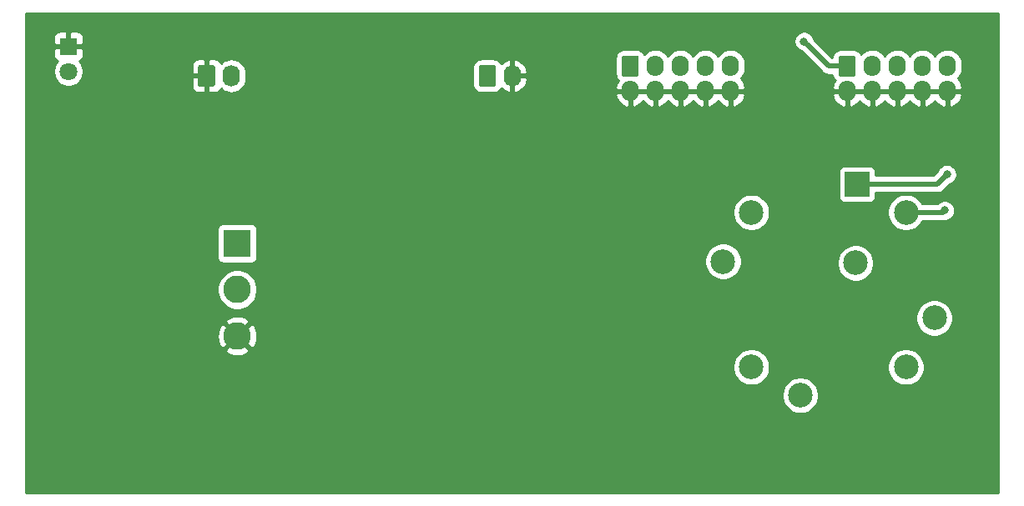
<source format=gbr>
G04 #@! TF.GenerationSoftware,KiCad,Pcbnew,5.1.5*
G04 #@! TF.CreationDate,2019-12-15T20:25:27-05:00*
G04 #@! TF.ProjectId,front_panel_board,66726f6e-745f-4706-916e-656c5f626f61,0*
G04 #@! TF.SameCoordinates,Original*
G04 #@! TF.FileFunction,Copper,L2,Bot*
G04 #@! TF.FilePolarity,Positive*
%FSLAX46Y46*%
G04 Gerber Fmt 4.6, Leading zero omitted, Abs format (unit mm)*
G04 Created by KiCad (PCBNEW 5.1.5) date 2019-12-15 20:25:27*
%MOMM*%
%LPD*%
G04 APERTURE LIST*
%ADD10C,2.500000*%
%ADD11R,2.500000X2.500000*%
%ADD12O,1.740000X2.140000*%
%ADD13C,0.100000*%
%ADD14O,1.740000X2.200000*%
%ADD15C,2.800000*%
%ADD16R,2.800000X2.800000*%
%ADD17C,1.800000*%
%ADD18R,1.800000X1.800000*%
%ADD19C,0.800000*%
%ADD20C,0.508000*%
%ADD21C,0.254000*%
G04 APERTURE END LIST*
D10*
X186449470Y-76799416D03*
X175878223Y-71672891D03*
X173005332Y-76648885D03*
X175878223Y-87370662D03*
X180854217Y-90243553D03*
X191575994Y-87370662D03*
X194448885Y-82394668D03*
X191575994Y-71672891D03*
D11*
X186600000Y-68800000D03*
D12*
X195760000Y-59340000D03*
X193220000Y-59340000D03*
X190680000Y-59340000D03*
X188140000Y-59340000D03*
X185600000Y-59340000D03*
X195760000Y-56800000D03*
X193220000Y-56800000D03*
X190680000Y-56800000D03*
X188140000Y-56800000D03*
G04 #@! TA.AperFunction,ComponentPad*
D13*
G36*
X186244505Y-55731204D02*
G01*
X186268773Y-55734804D01*
X186292572Y-55740765D01*
X186315671Y-55749030D01*
X186337850Y-55759520D01*
X186358893Y-55772132D01*
X186378599Y-55786747D01*
X186396777Y-55803223D01*
X186413253Y-55821401D01*
X186427868Y-55841107D01*
X186440480Y-55862150D01*
X186450970Y-55884329D01*
X186459235Y-55907428D01*
X186465196Y-55931227D01*
X186468796Y-55955495D01*
X186470000Y-55979999D01*
X186470000Y-57620001D01*
X186468796Y-57644505D01*
X186465196Y-57668773D01*
X186459235Y-57692572D01*
X186450970Y-57715671D01*
X186440480Y-57737850D01*
X186427868Y-57758893D01*
X186413253Y-57778599D01*
X186396777Y-57796777D01*
X186378599Y-57813253D01*
X186358893Y-57827868D01*
X186337850Y-57840480D01*
X186315671Y-57850970D01*
X186292572Y-57859235D01*
X186268773Y-57865196D01*
X186244505Y-57868796D01*
X186220001Y-57870000D01*
X184979999Y-57870000D01*
X184955495Y-57868796D01*
X184931227Y-57865196D01*
X184907428Y-57859235D01*
X184884329Y-57850970D01*
X184862150Y-57840480D01*
X184841107Y-57827868D01*
X184821401Y-57813253D01*
X184803223Y-57796777D01*
X184786747Y-57778599D01*
X184772132Y-57758893D01*
X184759520Y-57737850D01*
X184749030Y-57715671D01*
X184740765Y-57692572D01*
X184734804Y-57668773D01*
X184731204Y-57644505D01*
X184730000Y-57620001D01*
X184730000Y-55979999D01*
X184731204Y-55955495D01*
X184734804Y-55931227D01*
X184740765Y-55907428D01*
X184749030Y-55884329D01*
X184759520Y-55862150D01*
X184772132Y-55841107D01*
X184786747Y-55821401D01*
X184803223Y-55803223D01*
X184821401Y-55786747D01*
X184841107Y-55772132D01*
X184862150Y-55759520D01*
X184884329Y-55749030D01*
X184907428Y-55740765D01*
X184931227Y-55734804D01*
X184955495Y-55731204D01*
X184979999Y-55730000D01*
X186220001Y-55730000D01*
X186244505Y-55731204D01*
G37*
G04 #@! TD.AperFunction*
D14*
X123140000Y-57800000D03*
G04 #@! TA.AperFunction,ComponentPad*
D13*
G36*
X121244505Y-56701204D02*
G01*
X121268773Y-56704804D01*
X121292572Y-56710765D01*
X121315671Y-56719030D01*
X121337850Y-56729520D01*
X121358893Y-56742132D01*
X121378599Y-56756747D01*
X121396777Y-56773223D01*
X121413253Y-56791401D01*
X121427868Y-56811107D01*
X121440480Y-56832150D01*
X121450970Y-56854329D01*
X121459235Y-56877428D01*
X121465196Y-56901227D01*
X121468796Y-56925495D01*
X121470000Y-56949999D01*
X121470000Y-58650001D01*
X121468796Y-58674505D01*
X121465196Y-58698773D01*
X121459235Y-58722572D01*
X121450970Y-58745671D01*
X121440480Y-58767850D01*
X121427868Y-58788893D01*
X121413253Y-58808599D01*
X121396777Y-58826777D01*
X121378599Y-58843253D01*
X121358893Y-58857868D01*
X121337850Y-58870480D01*
X121315671Y-58880970D01*
X121292572Y-58889235D01*
X121268773Y-58895196D01*
X121244505Y-58898796D01*
X121220001Y-58900000D01*
X119979999Y-58900000D01*
X119955495Y-58898796D01*
X119931227Y-58895196D01*
X119907428Y-58889235D01*
X119884329Y-58880970D01*
X119862150Y-58870480D01*
X119841107Y-58857868D01*
X119821401Y-58843253D01*
X119803223Y-58826777D01*
X119786747Y-58808599D01*
X119772132Y-58788893D01*
X119759520Y-58767850D01*
X119749030Y-58745671D01*
X119740765Y-58722572D01*
X119734804Y-58698773D01*
X119731204Y-58674505D01*
X119730000Y-58650001D01*
X119730000Y-56949999D01*
X119731204Y-56925495D01*
X119734804Y-56901227D01*
X119740765Y-56877428D01*
X119749030Y-56854329D01*
X119759520Y-56832150D01*
X119772132Y-56811107D01*
X119786747Y-56791401D01*
X119803223Y-56773223D01*
X119821401Y-56756747D01*
X119841107Y-56742132D01*
X119862150Y-56729520D01*
X119884329Y-56719030D01*
X119907428Y-56710765D01*
X119931227Y-56704804D01*
X119955495Y-56701204D01*
X119979999Y-56700000D01*
X121220001Y-56700000D01*
X121244505Y-56701204D01*
G37*
G04 #@! TD.AperFunction*
D15*
X123729800Y-84218800D03*
X123729800Y-79518800D03*
D16*
X123729800Y-74818800D03*
D14*
X151640000Y-57800000D03*
G04 #@! TA.AperFunction,ComponentPad*
D13*
G36*
X149744505Y-56701204D02*
G01*
X149768773Y-56704804D01*
X149792572Y-56710765D01*
X149815671Y-56719030D01*
X149837850Y-56729520D01*
X149858893Y-56742132D01*
X149878599Y-56756747D01*
X149896777Y-56773223D01*
X149913253Y-56791401D01*
X149927868Y-56811107D01*
X149940480Y-56832150D01*
X149950970Y-56854329D01*
X149959235Y-56877428D01*
X149965196Y-56901227D01*
X149968796Y-56925495D01*
X149970000Y-56949999D01*
X149970000Y-58650001D01*
X149968796Y-58674505D01*
X149965196Y-58698773D01*
X149959235Y-58722572D01*
X149950970Y-58745671D01*
X149940480Y-58767850D01*
X149927868Y-58788893D01*
X149913253Y-58808599D01*
X149896777Y-58826777D01*
X149878599Y-58843253D01*
X149858893Y-58857868D01*
X149837850Y-58870480D01*
X149815671Y-58880970D01*
X149792572Y-58889235D01*
X149768773Y-58895196D01*
X149744505Y-58898796D01*
X149720001Y-58900000D01*
X148479999Y-58900000D01*
X148455495Y-58898796D01*
X148431227Y-58895196D01*
X148407428Y-58889235D01*
X148384329Y-58880970D01*
X148362150Y-58870480D01*
X148341107Y-58857868D01*
X148321401Y-58843253D01*
X148303223Y-58826777D01*
X148286747Y-58808599D01*
X148272132Y-58788893D01*
X148259520Y-58767850D01*
X148249030Y-58745671D01*
X148240765Y-58722572D01*
X148234804Y-58698773D01*
X148231204Y-58674505D01*
X148230000Y-58650001D01*
X148230000Y-56949999D01*
X148231204Y-56925495D01*
X148234804Y-56901227D01*
X148240765Y-56877428D01*
X148249030Y-56854329D01*
X148259520Y-56832150D01*
X148272132Y-56811107D01*
X148286747Y-56791401D01*
X148303223Y-56773223D01*
X148321401Y-56756747D01*
X148341107Y-56742132D01*
X148362150Y-56729520D01*
X148384329Y-56719030D01*
X148407428Y-56710765D01*
X148431227Y-56704804D01*
X148455495Y-56701204D01*
X148479999Y-56700000D01*
X149720001Y-56700000D01*
X149744505Y-56701204D01*
G37*
G04 #@! TD.AperFunction*
G04 #@! TA.AperFunction,ComponentPad*
G36*
X164244505Y-55731204D02*
G01*
X164268773Y-55734804D01*
X164292572Y-55740765D01*
X164315671Y-55749030D01*
X164337850Y-55759520D01*
X164358893Y-55772132D01*
X164378599Y-55786747D01*
X164396777Y-55803223D01*
X164413253Y-55821401D01*
X164427868Y-55841107D01*
X164440480Y-55862150D01*
X164450970Y-55884329D01*
X164459235Y-55907428D01*
X164465196Y-55931227D01*
X164468796Y-55955495D01*
X164470000Y-55979999D01*
X164470000Y-57620001D01*
X164468796Y-57644505D01*
X164465196Y-57668773D01*
X164459235Y-57692572D01*
X164450970Y-57715671D01*
X164440480Y-57737850D01*
X164427868Y-57758893D01*
X164413253Y-57778599D01*
X164396777Y-57796777D01*
X164378599Y-57813253D01*
X164358893Y-57827868D01*
X164337850Y-57840480D01*
X164315671Y-57850970D01*
X164292572Y-57859235D01*
X164268773Y-57865196D01*
X164244505Y-57868796D01*
X164220001Y-57870000D01*
X162979999Y-57870000D01*
X162955495Y-57868796D01*
X162931227Y-57865196D01*
X162907428Y-57859235D01*
X162884329Y-57850970D01*
X162862150Y-57840480D01*
X162841107Y-57827868D01*
X162821401Y-57813253D01*
X162803223Y-57796777D01*
X162786747Y-57778599D01*
X162772132Y-57758893D01*
X162759520Y-57737850D01*
X162749030Y-57715671D01*
X162740765Y-57692572D01*
X162734804Y-57668773D01*
X162731204Y-57644505D01*
X162730000Y-57620001D01*
X162730000Y-55979999D01*
X162731204Y-55955495D01*
X162734804Y-55931227D01*
X162740765Y-55907428D01*
X162749030Y-55884329D01*
X162759520Y-55862150D01*
X162772132Y-55841107D01*
X162786747Y-55821401D01*
X162803223Y-55803223D01*
X162821401Y-55786747D01*
X162841107Y-55772132D01*
X162862150Y-55759520D01*
X162884329Y-55749030D01*
X162907428Y-55740765D01*
X162931227Y-55734804D01*
X162955495Y-55731204D01*
X162979999Y-55730000D01*
X164220001Y-55730000D01*
X164244505Y-55731204D01*
G37*
G04 #@! TD.AperFunction*
D12*
X166140000Y-56800000D03*
X168680000Y-56800000D03*
X171220000Y-56800000D03*
X173760000Y-56800000D03*
X163600000Y-59340000D03*
X166140000Y-59340000D03*
X168680000Y-59340000D03*
X171220000Y-59340000D03*
X173760000Y-59340000D03*
D17*
X106600000Y-57340000D03*
D18*
X106600000Y-54800000D03*
D19*
X195502895Y-71467338D03*
X195720000Y-67800012D03*
X181220000Y-54300000D03*
D20*
X195297342Y-71672891D02*
X195502895Y-71467338D01*
X191575994Y-71672891D02*
X195297342Y-71672891D01*
X194720012Y-68800000D02*
X195720000Y-67800012D01*
X186600000Y-68800000D02*
X194720012Y-68800000D01*
X181619999Y-54699999D02*
X181220000Y-54300000D01*
X183720000Y-56800000D02*
X181619999Y-54699999D01*
X185600000Y-56800000D02*
X183720000Y-56800000D01*
D21*
G36*
X200940000Y-100140000D02*
G01*
X102260000Y-100140000D01*
X102260000Y-90057897D01*
X178969217Y-90057897D01*
X178969217Y-90429209D01*
X179041656Y-90793387D01*
X179183751Y-91136435D01*
X179390042Y-91445171D01*
X179652599Y-91707728D01*
X179961335Y-91914019D01*
X180304383Y-92056114D01*
X180668561Y-92128553D01*
X181039873Y-92128553D01*
X181404051Y-92056114D01*
X181747099Y-91914019D01*
X182055835Y-91707728D01*
X182318392Y-91445171D01*
X182524683Y-91136435D01*
X182666778Y-90793387D01*
X182739217Y-90429209D01*
X182739217Y-90057897D01*
X182666778Y-89693719D01*
X182524683Y-89350671D01*
X182318392Y-89041935D01*
X182055835Y-88779378D01*
X181747099Y-88573087D01*
X181404051Y-88430992D01*
X181039873Y-88358553D01*
X180668561Y-88358553D01*
X180304383Y-88430992D01*
X179961335Y-88573087D01*
X179652599Y-88779378D01*
X179390042Y-89041935D01*
X179183751Y-89350671D01*
X179041656Y-89693719D01*
X178969217Y-90057897D01*
X102260000Y-90057897D01*
X102260000Y-87185006D01*
X173993223Y-87185006D01*
X173993223Y-87556318D01*
X174065662Y-87920496D01*
X174207757Y-88263544D01*
X174414048Y-88572280D01*
X174676605Y-88834837D01*
X174985341Y-89041128D01*
X175328389Y-89183223D01*
X175692567Y-89255662D01*
X176063879Y-89255662D01*
X176428057Y-89183223D01*
X176771105Y-89041128D01*
X177079841Y-88834837D01*
X177342398Y-88572280D01*
X177548689Y-88263544D01*
X177690784Y-87920496D01*
X177763223Y-87556318D01*
X177763223Y-87185006D01*
X189690994Y-87185006D01*
X189690994Y-87556318D01*
X189763433Y-87920496D01*
X189905528Y-88263544D01*
X190111819Y-88572280D01*
X190374376Y-88834837D01*
X190683112Y-89041128D01*
X191026160Y-89183223D01*
X191390338Y-89255662D01*
X191761650Y-89255662D01*
X192125828Y-89183223D01*
X192468876Y-89041128D01*
X192777612Y-88834837D01*
X193040169Y-88572280D01*
X193246460Y-88263544D01*
X193388555Y-87920496D01*
X193460994Y-87556318D01*
X193460994Y-87185006D01*
X193388555Y-86820828D01*
X193246460Y-86477780D01*
X193040169Y-86169044D01*
X192777612Y-85906487D01*
X192468876Y-85700196D01*
X192125828Y-85558101D01*
X191761650Y-85485662D01*
X191390338Y-85485662D01*
X191026160Y-85558101D01*
X190683112Y-85700196D01*
X190374376Y-85906487D01*
X190111819Y-86169044D01*
X189905528Y-86477780D01*
X189763433Y-86820828D01*
X189690994Y-87185006D01*
X177763223Y-87185006D01*
X177690784Y-86820828D01*
X177548689Y-86477780D01*
X177342398Y-86169044D01*
X177079841Y-85906487D01*
X176771105Y-85700196D01*
X176428057Y-85558101D01*
X176063879Y-85485662D01*
X175692567Y-85485662D01*
X175328389Y-85558101D01*
X174985341Y-85700196D01*
X174676605Y-85906487D01*
X174414048Y-86169044D01*
X174207757Y-86477780D01*
X174065662Y-86820828D01*
X173993223Y-87185006D01*
X102260000Y-87185006D01*
X102260000Y-85639247D01*
X122488958Y-85639247D01*
X122632935Y-85944570D01*
X122990692Y-86125397D01*
X123376853Y-86232955D01*
X123776577Y-86263110D01*
X124174504Y-86214704D01*
X124555340Y-86089595D01*
X124826665Y-85944570D01*
X124970642Y-85639247D01*
X123729800Y-84398405D01*
X122488958Y-85639247D01*
X102260000Y-85639247D01*
X102260000Y-84265577D01*
X121685490Y-84265577D01*
X121733896Y-84663504D01*
X121859005Y-85044340D01*
X122004030Y-85315665D01*
X122309353Y-85459642D01*
X123550195Y-84218800D01*
X123909405Y-84218800D01*
X125150247Y-85459642D01*
X125455570Y-85315665D01*
X125636397Y-84957908D01*
X125743955Y-84571747D01*
X125774110Y-84172023D01*
X125725704Y-83774096D01*
X125600595Y-83393260D01*
X125455570Y-83121935D01*
X125150247Y-82977958D01*
X123909405Y-84218800D01*
X123550195Y-84218800D01*
X122309353Y-82977958D01*
X122004030Y-83121935D01*
X121823203Y-83479692D01*
X121715645Y-83865853D01*
X121685490Y-84265577D01*
X102260000Y-84265577D01*
X102260000Y-82798353D01*
X122488958Y-82798353D01*
X123729800Y-84039195D01*
X124970642Y-82798353D01*
X124826665Y-82493030D01*
X124468908Y-82312203D01*
X124098426Y-82209012D01*
X192563885Y-82209012D01*
X192563885Y-82580324D01*
X192636324Y-82944502D01*
X192778419Y-83287550D01*
X192984710Y-83596286D01*
X193247267Y-83858843D01*
X193556003Y-84065134D01*
X193899051Y-84207229D01*
X194263229Y-84279668D01*
X194634541Y-84279668D01*
X194998719Y-84207229D01*
X195341767Y-84065134D01*
X195650503Y-83858843D01*
X195913060Y-83596286D01*
X196119351Y-83287550D01*
X196261446Y-82944502D01*
X196333885Y-82580324D01*
X196333885Y-82209012D01*
X196261446Y-81844834D01*
X196119351Y-81501786D01*
X195913060Y-81193050D01*
X195650503Y-80930493D01*
X195341767Y-80724202D01*
X194998719Y-80582107D01*
X194634541Y-80509668D01*
X194263229Y-80509668D01*
X193899051Y-80582107D01*
X193556003Y-80724202D01*
X193247267Y-80930493D01*
X192984710Y-81193050D01*
X192778419Y-81501786D01*
X192636324Y-81844834D01*
X192563885Y-82209012D01*
X124098426Y-82209012D01*
X124082747Y-82204645D01*
X123683023Y-82174490D01*
X123285096Y-82222896D01*
X122904260Y-82348005D01*
X122632935Y-82493030D01*
X122488958Y-82798353D01*
X102260000Y-82798353D01*
X102260000Y-79318370D01*
X121694800Y-79318370D01*
X121694800Y-79719230D01*
X121773004Y-80112387D01*
X121926407Y-80482734D01*
X122149113Y-80816037D01*
X122432563Y-81099487D01*
X122765866Y-81322193D01*
X123136213Y-81475596D01*
X123529370Y-81553800D01*
X123930230Y-81553800D01*
X124323387Y-81475596D01*
X124693734Y-81322193D01*
X125027037Y-81099487D01*
X125310487Y-80816037D01*
X125533193Y-80482734D01*
X125686596Y-80112387D01*
X125764800Y-79719230D01*
X125764800Y-79318370D01*
X125686596Y-78925213D01*
X125533193Y-78554866D01*
X125310487Y-78221563D01*
X125027037Y-77938113D01*
X124693734Y-77715407D01*
X124323387Y-77562004D01*
X123930230Y-77483800D01*
X123529370Y-77483800D01*
X123136213Y-77562004D01*
X122765866Y-77715407D01*
X122432563Y-77938113D01*
X122149113Y-78221563D01*
X121926407Y-78554866D01*
X121773004Y-78925213D01*
X121694800Y-79318370D01*
X102260000Y-79318370D01*
X102260000Y-73418800D01*
X121691728Y-73418800D01*
X121691728Y-76218800D01*
X121703988Y-76343282D01*
X121740298Y-76462980D01*
X121799263Y-76573294D01*
X121878615Y-76669985D01*
X121975306Y-76749337D01*
X122085620Y-76808302D01*
X122205318Y-76844612D01*
X122329800Y-76856872D01*
X125129800Y-76856872D01*
X125254282Y-76844612D01*
X125373980Y-76808302D01*
X125484294Y-76749337D01*
X125580985Y-76669985D01*
X125660337Y-76573294D01*
X125719168Y-76463229D01*
X171120332Y-76463229D01*
X171120332Y-76834541D01*
X171192771Y-77198719D01*
X171334866Y-77541767D01*
X171541157Y-77850503D01*
X171803714Y-78113060D01*
X172112450Y-78319351D01*
X172455498Y-78461446D01*
X172819676Y-78533885D01*
X173190988Y-78533885D01*
X173555166Y-78461446D01*
X173898214Y-78319351D01*
X174206950Y-78113060D01*
X174469507Y-77850503D01*
X174675798Y-77541767D01*
X174817893Y-77198719D01*
X174890332Y-76834541D01*
X174890332Y-76613760D01*
X184564470Y-76613760D01*
X184564470Y-76985072D01*
X184636909Y-77349250D01*
X184779004Y-77692298D01*
X184985295Y-78001034D01*
X185247852Y-78263591D01*
X185556588Y-78469882D01*
X185899636Y-78611977D01*
X186263814Y-78684416D01*
X186635126Y-78684416D01*
X186999304Y-78611977D01*
X187342352Y-78469882D01*
X187651088Y-78263591D01*
X187913645Y-78001034D01*
X188119936Y-77692298D01*
X188262031Y-77349250D01*
X188334470Y-76985072D01*
X188334470Y-76613760D01*
X188262031Y-76249582D01*
X188119936Y-75906534D01*
X187913645Y-75597798D01*
X187651088Y-75335241D01*
X187342352Y-75128950D01*
X186999304Y-74986855D01*
X186635126Y-74914416D01*
X186263814Y-74914416D01*
X185899636Y-74986855D01*
X185556588Y-75128950D01*
X185247852Y-75335241D01*
X184985295Y-75597798D01*
X184779004Y-75906534D01*
X184636909Y-76249582D01*
X184564470Y-76613760D01*
X174890332Y-76613760D01*
X174890332Y-76463229D01*
X174817893Y-76099051D01*
X174675798Y-75756003D01*
X174469507Y-75447267D01*
X174206950Y-75184710D01*
X173898214Y-74978419D01*
X173555166Y-74836324D01*
X173190988Y-74763885D01*
X172819676Y-74763885D01*
X172455498Y-74836324D01*
X172112450Y-74978419D01*
X171803714Y-75184710D01*
X171541157Y-75447267D01*
X171334866Y-75756003D01*
X171192771Y-76099051D01*
X171120332Y-76463229D01*
X125719168Y-76463229D01*
X125719302Y-76462980D01*
X125755612Y-76343282D01*
X125767872Y-76218800D01*
X125767872Y-73418800D01*
X125755612Y-73294318D01*
X125719302Y-73174620D01*
X125660337Y-73064306D01*
X125580985Y-72967615D01*
X125484294Y-72888263D01*
X125373980Y-72829298D01*
X125254282Y-72792988D01*
X125129800Y-72780728D01*
X122329800Y-72780728D01*
X122205318Y-72792988D01*
X122085620Y-72829298D01*
X121975306Y-72888263D01*
X121878615Y-72967615D01*
X121799263Y-73064306D01*
X121740298Y-73174620D01*
X121703988Y-73294318D01*
X121691728Y-73418800D01*
X102260000Y-73418800D01*
X102260000Y-71487235D01*
X173993223Y-71487235D01*
X173993223Y-71858547D01*
X174065662Y-72222725D01*
X174207757Y-72565773D01*
X174414048Y-72874509D01*
X174676605Y-73137066D01*
X174985341Y-73343357D01*
X175328389Y-73485452D01*
X175692567Y-73557891D01*
X176063879Y-73557891D01*
X176428057Y-73485452D01*
X176771105Y-73343357D01*
X177079841Y-73137066D01*
X177342398Y-72874509D01*
X177548689Y-72565773D01*
X177690784Y-72222725D01*
X177763223Y-71858547D01*
X177763223Y-71487235D01*
X189690994Y-71487235D01*
X189690994Y-71858547D01*
X189763433Y-72222725D01*
X189905528Y-72565773D01*
X190111819Y-72874509D01*
X190374376Y-73137066D01*
X190683112Y-73343357D01*
X191026160Y-73485452D01*
X191390338Y-73557891D01*
X191761650Y-73557891D01*
X192125828Y-73485452D01*
X192468876Y-73343357D01*
X192777612Y-73137066D01*
X193040169Y-72874509D01*
X193246460Y-72565773D01*
X193248068Y-72561891D01*
X195253682Y-72561891D01*
X195297342Y-72566191D01*
X195341002Y-72561891D01*
X195341009Y-72561891D01*
X195471616Y-72549027D01*
X195639193Y-72498194D01*
X195647210Y-72493909D01*
X195804793Y-72462564D01*
X195993151Y-72384543D01*
X196162669Y-72271275D01*
X196306832Y-72127112D01*
X196420100Y-71957594D01*
X196498121Y-71769236D01*
X196537895Y-71569277D01*
X196537895Y-71365399D01*
X196498121Y-71165440D01*
X196420100Y-70977082D01*
X196306832Y-70807564D01*
X196162669Y-70663401D01*
X195993151Y-70550133D01*
X195804793Y-70472112D01*
X195604834Y-70432338D01*
X195400956Y-70432338D01*
X195200997Y-70472112D01*
X195012639Y-70550133D01*
X194843121Y-70663401D01*
X194722631Y-70783891D01*
X193248068Y-70783891D01*
X193246460Y-70780009D01*
X193040169Y-70471273D01*
X192777612Y-70208716D01*
X192468876Y-70002425D01*
X192125828Y-69860330D01*
X191761650Y-69787891D01*
X191390338Y-69787891D01*
X191026160Y-69860330D01*
X190683112Y-70002425D01*
X190374376Y-70208716D01*
X190111819Y-70471273D01*
X189905528Y-70780009D01*
X189763433Y-71123057D01*
X189690994Y-71487235D01*
X177763223Y-71487235D01*
X177690784Y-71123057D01*
X177548689Y-70780009D01*
X177342398Y-70471273D01*
X177079841Y-70208716D01*
X176771105Y-70002425D01*
X176428057Y-69860330D01*
X176063879Y-69787891D01*
X175692567Y-69787891D01*
X175328389Y-69860330D01*
X174985341Y-70002425D01*
X174676605Y-70208716D01*
X174414048Y-70471273D01*
X174207757Y-70780009D01*
X174065662Y-71123057D01*
X173993223Y-71487235D01*
X102260000Y-71487235D01*
X102260000Y-67550000D01*
X184711928Y-67550000D01*
X184711928Y-70050000D01*
X184724188Y-70174482D01*
X184760498Y-70294180D01*
X184819463Y-70404494D01*
X184898815Y-70501185D01*
X184995506Y-70580537D01*
X185105820Y-70639502D01*
X185225518Y-70675812D01*
X185350000Y-70688072D01*
X187850000Y-70688072D01*
X187974482Y-70675812D01*
X188094180Y-70639502D01*
X188204494Y-70580537D01*
X188301185Y-70501185D01*
X188380537Y-70404494D01*
X188439502Y-70294180D01*
X188475812Y-70174482D01*
X188488072Y-70050000D01*
X188488072Y-69689000D01*
X194676352Y-69689000D01*
X194720012Y-69693300D01*
X194763672Y-69689000D01*
X194763679Y-69689000D01*
X194894286Y-69676136D01*
X195061863Y-69625303D01*
X195216303Y-69542753D01*
X195351671Y-69431659D01*
X195379511Y-69397736D01*
X195972105Y-68805142D01*
X196021898Y-68795238D01*
X196210256Y-68717217D01*
X196379774Y-68603949D01*
X196523937Y-68459786D01*
X196637205Y-68290268D01*
X196715226Y-68101910D01*
X196755000Y-67901951D01*
X196755000Y-67698073D01*
X196715226Y-67498114D01*
X196637205Y-67309756D01*
X196523937Y-67140238D01*
X196379774Y-66996075D01*
X196210256Y-66882807D01*
X196021898Y-66804786D01*
X195821939Y-66765012D01*
X195618061Y-66765012D01*
X195418102Y-66804786D01*
X195229744Y-66882807D01*
X195060226Y-66996075D01*
X194916063Y-67140238D01*
X194802795Y-67309756D01*
X194724774Y-67498114D01*
X194714870Y-67547907D01*
X194351777Y-67911000D01*
X188488072Y-67911000D01*
X188488072Y-67550000D01*
X188475812Y-67425518D01*
X188439502Y-67305820D01*
X188380537Y-67195506D01*
X188301185Y-67098815D01*
X188204494Y-67019463D01*
X188094180Y-66960498D01*
X187974482Y-66924188D01*
X187850000Y-66911928D01*
X185350000Y-66911928D01*
X185225518Y-66924188D01*
X185105820Y-66960498D01*
X184995506Y-67019463D01*
X184898815Y-67098815D01*
X184819463Y-67195506D01*
X184760498Y-67305820D01*
X184724188Y-67425518D01*
X184711928Y-67550000D01*
X102260000Y-67550000D01*
X102260000Y-59703814D01*
X162099073Y-59703814D01*
X162159871Y-59993483D01*
X162276013Y-60265725D01*
X162443035Y-60510077D01*
X162654518Y-60717150D01*
X162902336Y-60878986D01*
X163176965Y-60989365D01*
X163239969Y-61001302D01*
X163473000Y-60880246D01*
X163473000Y-59467000D01*
X163727000Y-59467000D01*
X163727000Y-60880246D01*
X163960031Y-61001302D01*
X164023035Y-60989365D01*
X164297664Y-60878986D01*
X164545482Y-60717150D01*
X164756965Y-60510077D01*
X164870000Y-60344708D01*
X164983035Y-60510077D01*
X165194518Y-60717150D01*
X165442336Y-60878986D01*
X165716965Y-60989365D01*
X165779969Y-61001302D01*
X166013000Y-60880246D01*
X166013000Y-59467000D01*
X166267000Y-59467000D01*
X166267000Y-60880246D01*
X166500031Y-61001302D01*
X166563035Y-60989365D01*
X166837664Y-60878986D01*
X167085482Y-60717150D01*
X167296965Y-60510077D01*
X167410000Y-60344708D01*
X167523035Y-60510077D01*
X167734518Y-60717150D01*
X167982336Y-60878986D01*
X168256965Y-60989365D01*
X168319969Y-61001302D01*
X168553000Y-60880246D01*
X168553000Y-59467000D01*
X168807000Y-59467000D01*
X168807000Y-60880246D01*
X169040031Y-61001302D01*
X169103035Y-60989365D01*
X169377664Y-60878986D01*
X169625482Y-60717150D01*
X169836965Y-60510077D01*
X169950000Y-60344708D01*
X170063035Y-60510077D01*
X170274518Y-60717150D01*
X170522336Y-60878986D01*
X170796965Y-60989365D01*
X170859969Y-61001302D01*
X171093000Y-60880246D01*
X171093000Y-59467000D01*
X171347000Y-59467000D01*
X171347000Y-60880246D01*
X171580031Y-61001302D01*
X171643035Y-60989365D01*
X171917664Y-60878986D01*
X172165482Y-60717150D01*
X172376965Y-60510077D01*
X172490000Y-60344708D01*
X172603035Y-60510077D01*
X172814518Y-60717150D01*
X173062336Y-60878986D01*
X173336965Y-60989365D01*
X173399969Y-61001302D01*
X173633000Y-60880246D01*
X173633000Y-59467000D01*
X173887000Y-59467000D01*
X173887000Y-60880246D01*
X174120031Y-61001302D01*
X174183035Y-60989365D01*
X174457664Y-60878986D01*
X174705482Y-60717150D01*
X174916965Y-60510077D01*
X175083987Y-60265725D01*
X175200129Y-59993483D01*
X175260927Y-59703814D01*
X184099073Y-59703814D01*
X184159871Y-59993483D01*
X184276013Y-60265725D01*
X184443035Y-60510077D01*
X184654518Y-60717150D01*
X184902336Y-60878986D01*
X185176965Y-60989365D01*
X185239969Y-61001302D01*
X185473000Y-60880246D01*
X185473000Y-59467000D01*
X185727000Y-59467000D01*
X185727000Y-60880246D01*
X185960031Y-61001302D01*
X186023035Y-60989365D01*
X186297664Y-60878986D01*
X186545482Y-60717150D01*
X186756965Y-60510077D01*
X186870000Y-60344708D01*
X186983035Y-60510077D01*
X187194518Y-60717150D01*
X187442336Y-60878986D01*
X187716965Y-60989365D01*
X187779969Y-61001302D01*
X188013000Y-60880246D01*
X188013000Y-59467000D01*
X188267000Y-59467000D01*
X188267000Y-60880246D01*
X188500031Y-61001302D01*
X188563035Y-60989365D01*
X188837664Y-60878986D01*
X189085482Y-60717150D01*
X189296965Y-60510077D01*
X189410000Y-60344708D01*
X189523035Y-60510077D01*
X189734518Y-60717150D01*
X189982336Y-60878986D01*
X190256965Y-60989365D01*
X190319969Y-61001302D01*
X190553000Y-60880246D01*
X190553000Y-59467000D01*
X190807000Y-59467000D01*
X190807000Y-60880246D01*
X191040031Y-61001302D01*
X191103035Y-60989365D01*
X191377664Y-60878986D01*
X191625482Y-60717150D01*
X191836965Y-60510077D01*
X191950000Y-60344708D01*
X192063035Y-60510077D01*
X192274518Y-60717150D01*
X192522336Y-60878986D01*
X192796965Y-60989365D01*
X192859969Y-61001302D01*
X193093000Y-60880246D01*
X193093000Y-59467000D01*
X193347000Y-59467000D01*
X193347000Y-60880246D01*
X193580031Y-61001302D01*
X193643035Y-60989365D01*
X193917664Y-60878986D01*
X194165482Y-60717150D01*
X194376965Y-60510077D01*
X194490000Y-60344708D01*
X194603035Y-60510077D01*
X194814518Y-60717150D01*
X195062336Y-60878986D01*
X195336965Y-60989365D01*
X195399969Y-61001302D01*
X195633000Y-60880246D01*
X195633000Y-59467000D01*
X195887000Y-59467000D01*
X195887000Y-60880246D01*
X196120031Y-61001302D01*
X196183035Y-60989365D01*
X196457664Y-60878986D01*
X196705482Y-60717150D01*
X196916965Y-60510077D01*
X197083987Y-60265725D01*
X197200129Y-59993483D01*
X197260927Y-59703814D01*
X197109324Y-59467000D01*
X195887000Y-59467000D01*
X195633000Y-59467000D01*
X193347000Y-59467000D01*
X193093000Y-59467000D01*
X190807000Y-59467000D01*
X190553000Y-59467000D01*
X188267000Y-59467000D01*
X188013000Y-59467000D01*
X185727000Y-59467000D01*
X185473000Y-59467000D01*
X184250676Y-59467000D01*
X184099073Y-59703814D01*
X175260927Y-59703814D01*
X175109324Y-59467000D01*
X173887000Y-59467000D01*
X173633000Y-59467000D01*
X171347000Y-59467000D01*
X171093000Y-59467000D01*
X168807000Y-59467000D01*
X168553000Y-59467000D01*
X166267000Y-59467000D01*
X166013000Y-59467000D01*
X163727000Y-59467000D01*
X163473000Y-59467000D01*
X162250676Y-59467000D01*
X162099073Y-59703814D01*
X102260000Y-59703814D01*
X102260000Y-58900000D01*
X119091928Y-58900000D01*
X119104188Y-59024482D01*
X119140498Y-59144180D01*
X119199463Y-59254494D01*
X119278815Y-59351185D01*
X119375506Y-59430537D01*
X119485820Y-59489502D01*
X119605518Y-59525812D01*
X119730000Y-59538072D01*
X120314250Y-59535000D01*
X120473000Y-59376250D01*
X120473000Y-57927000D01*
X119253750Y-57927000D01*
X119095000Y-58085750D01*
X119091928Y-58900000D01*
X102260000Y-58900000D01*
X102260000Y-55700000D01*
X105061928Y-55700000D01*
X105074188Y-55824482D01*
X105110498Y-55944180D01*
X105169463Y-56054494D01*
X105248815Y-56151185D01*
X105345506Y-56230537D01*
X105455820Y-56289502D01*
X105474127Y-56295056D01*
X105407688Y-56361495D01*
X105239701Y-56612905D01*
X105123989Y-56892257D01*
X105065000Y-57188816D01*
X105065000Y-57491184D01*
X105123989Y-57787743D01*
X105239701Y-58067095D01*
X105407688Y-58318505D01*
X105621495Y-58532312D01*
X105872905Y-58700299D01*
X106152257Y-58816011D01*
X106448816Y-58875000D01*
X106751184Y-58875000D01*
X107047743Y-58816011D01*
X107327095Y-58700299D01*
X107578505Y-58532312D01*
X107792312Y-58318505D01*
X107960299Y-58067095D01*
X108076011Y-57787743D01*
X108135000Y-57491184D01*
X108135000Y-57188816D01*
X108076011Y-56892257D01*
X107996376Y-56700000D01*
X119091928Y-56700000D01*
X119095000Y-57514250D01*
X119253750Y-57673000D01*
X120473000Y-57673000D01*
X120473000Y-56223750D01*
X120727000Y-56223750D01*
X120727000Y-57673000D01*
X120747000Y-57673000D01*
X120747000Y-57927000D01*
X120727000Y-57927000D01*
X120727000Y-59376250D01*
X120885750Y-59535000D01*
X121470000Y-59538072D01*
X121594482Y-59525812D01*
X121714180Y-59489502D01*
X121824494Y-59430537D01*
X121921185Y-59351185D01*
X122000537Y-59254494D01*
X122059502Y-59144180D01*
X122072615Y-59100953D01*
X122299822Y-59287417D01*
X122561276Y-59427166D01*
X122844969Y-59513224D01*
X123140000Y-59542282D01*
X123435032Y-59513224D01*
X123718725Y-59427166D01*
X123980179Y-59287417D01*
X124209345Y-59099345D01*
X124397417Y-58870179D01*
X124537166Y-58608724D01*
X124623224Y-58325031D01*
X124645000Y-58103935D01*
X124645000Y-57496064D01*
X124623224Y-57274968D01*
X124537166Y-56991275D01*
X124515104Y-56949999D01*
X147591928Y-56949999D01*
X147591928Y-58650001D01*
X147608992Y-58823255D01*
X147659528Y-58989851D01*
X147741595Y-59143387D01*
X147852038Y-59277962D01*
X147986613Y-59388405D01*
X148140149Y-59470472D01*
X148306745Y-59521008D01*
X148479999Y-59538072D01*
X149720001Y-59538072D01*
X149893255Y-59521008D01*
X150059851Y-59470472D01*
X150213387Y-59388405D01*
X150347962Y-59277962D01*
X150458405Y-59143387D01*
X150516507Y-59034686D01*
X150669506Y-59190536D01*
X150914563Y-59357571D01*
X151187498Y-59473588D01*
X151279969Y-59491302D01*
X151513000Y-59370246D01*
X151513000Y-57927000D01*
X151767000Y-57927000D01*
X151767000Y-59370246D01*
X152000031Y-59491302D01*
X152092502Y-59473588D01*
X152365437Y-59357571D01*
X152610494Y-59190536D01*
X152818256Y-58978903D01*
X152980738Y-58730804D01*
X153091696Y-58455773D01*
X153146866Y-58164380D01*
X152990586Y-57927000D01*
X151767000Y-57927000D01*
X151513000Y-57927000D01*
X151493000Y-57927000D01*
X151493000Y-57673000D01*
X151513000Y-57673000D01*
X151513000Y-56229754D01*
X151767000Y-56229754D01*
X151767000Y-57673000D01*
X152990586Y-57673000D01*
X153146866Y-57435620D01*
X153091696Y-57144227D01*
X152980738Y-56869196D01*
X152818256Y-56621097D01*
X152610494Y-56409464D01*
X152365437Y-56242429D01*
X152092502Y-56126412D01*
X152000031Y-56108698D01*
X151767000Y-56229754D01*
X151513000Y-56229754D01*
X151279969Y-56108698D01*
X151187498Y-56126412D01*
X150914563Y-56242429D01*
X150669506Y-56409464D01*
X150516507Y-56565314D01*
X150458405Y-56456613D01*
X150347962Y-56322038D01*
X150213387Y-56211595D01*
X150059851Y-56129528D01*
X149893255Y-56078992D01*
X149720001Y-56061928D01*
X148479999Y-56061928D01*
X148306745Y-56078992D01*
X148140149Y-56129528D01*
X147986613Y-56211595D01*
X147852038Y-56322038D01*
X147741595Y-56456613D01*
X147659528Y-56610149D01*
X147608992Y-56776745D01*
X147591928Y-56949999D01*
X124515104Y-56949999D01*
X124397417Y-56729821D01*
X124209345Y-56500655D01*
X123980178Y-56312583D01*
X123718724Y-56172834D01*
X123435031Y-56086776D01*
X123140000Y-56057718D01*
X122844968Y-56086776D01*
X122561275Y-56172834D01*
X122299821Y-56312583D01*
X122072615Y-56499047D01*
X122059502Y-56455820D01*
X122000537Y-56345506D01*
X121921185Y-56248815D01*
X121824494Y-56169463D01*
X121714180Y-56110498D01*
X121594482Y-56074188D01*
X121470000Y-56061928D01*
X120885750Y-56065000D01*
X120727000Y-56223750D01*
X120473000Y-56223750D01*
X120314250Y-56065000D01*
X119730000Y-56061928D01*
X119605518Y-56074188D01*
X119485820Y-56110498D01*
X119375506Y-56169463D01*
X119278815Y-56248815D01*
X119199463Y-56345506D01*
X119140498Y-56455820D01*
X119104188Y-56575518D01*
X119091928Y-56700000D01*
X107996376Y-56700000D01*
X107960299Y-56612905D01*
X107792312Y-56361495D01*
X107725873Y-56295056D01*
X107744180Y-56289502D01*
X107854494Y-56230537D01*
X107951185Y-56151185D01*
X108030537Y-56054494D01*
X108070356Y-55979999D01*
X162091928Y-55979999D01*
X162091928Y-57620001D01*
X162108992Y-57793255D01*
X162159528Y-57959851D01*
X162241595Y-58113387D01*
X162352038Y-58247962D01*
X162376161Y-58267759D01*
X162276013Y-58414275D01*
X162159871Y-58686517D01*
X162099073Y-58976186D01*
X162250676Y-59213000D01*
X163473000Y-59213000D01*
X163473000Y-59193000D01*
X163727000Y-59193000D01*
X163727000Y-59213000D01*
X166013000Y-59213000D01*
X166013000Y-59193000D01*
X166267000Y-59193000D01*
X166267000Y-59213000D01*
X168553000Y-59213000D01*
X168553000Y-59193000D01*
X168807000Y-59193000D01*
X168807000Y-59213000D01*
X171093000Y-59213000D01*
X171093000Y-59193000D01*
X171347000Y-59193000D01*
X171347000Y-59213000D01*
X173633000Y-59213000D01*
X173633000Y-59193000D01*
X173887000Y-59193000D01*
X173887000Y-59213000D01*
X175109324Y-59213000D01*
X175260927Y-58976186D01*
X175200129Y-58686517D01*
X175083987Y-58414275D01*
X174916965Y-58169923D01*
X174821130Y-58076087D01*
X174829345Y-58069345D01*
X175017417Y-57840179D01*
X175157166Y-57578724D01*
X175243224Y-57295031D01*
X175265000Y-57073935D01*
X175265000Y-56526064D01*
X175243224Y-56304968D01*
X175157166Y-56021275D01*
X175017417Y-55759821D01*
X174829345Y-55530655D01*
X174600178Y-55342583D01*
X174338724Y-55202834D01*
X174055031Y-55116776D01*
X173760000Y-55087718D01*
X173464968Y-55116776D01*
X173181275Y-55202834D01*
X172919821Y-55342583D01*
X172690655Y-55530655D01*
X172502583Y-55759822D01*
X172490000Y-55783363D01*
X172477417Y-55759821D01*
X172289345Y-55530655D01*
X172060178Y-55342583D01*
X171798724Y-55202834D01*
X171515031Y-55116776D01*
X171220000Y-55087718D01*
X170924968Y-55116776D01*
X170641275Y-55202834D01*
X170379821Y-55342583D01*
X170150655Y-55530655D01*
X169962583Y-55759822D01*
X169950000Y-55783363D01*
X169937417Y-55759821D01*
X169749345Y-55530655D01*
X169520178Y-55342583D01*
X169258724Y-55202834D01*
X168975031Y-55116776D01*
X168680000Y-55087718D01*
X168384968Y-55116776D01*
X168101275Y-55202834D01*
X167839821Y-55342583D01*
X167610655Y-55530655D01*
X167422583Y-55759822D01*
X167410000Y-55783363D01*
X167397417Y-55759821D01*
X167209345Y-55530655D01*
X166980178Y-55342583D01*
X166718724Y-55202834D01*
X166435031Y-55116776D01*
X166140000Y-55087718D01*
X165844968Y-55116776D01*
X165561275Y-55202834D01*
X165299821Y-55342583D01*
X165070655Y-55530655D01*
X165016935Y-55596114D01*
X164958405Y-55486613D01*
X164847962Y-55352038D01*
X164713387Y-55241595D01*
X164559851Y-55159528D01*
X164393255Y-55108992D01*
X164220001Y-55091928D01*
X162979999Y-55091928D01*
X162806745Y-55108992D01*
X162640149Y-55159528D01*
X162486613Y-55241595D01*
X162352038Y-55352038D01*
X162241595Y-55486613D01*
X162159528Y-55640149D01*
X162108992Y-55806745D01*
X162091928Y-55979999D01*
X108070356Y-55979999D01*
X108089502Y-55944180D01*
X108125812Y-55824482D01*
X108138072Y-55700000D01*
X108135000Y-55085750D01*
X107976250Y-54927000D01*
X106727000Y-54927000D01*
X106727000Y-54947000D01*
X106473000Y-54947000D01*
X106473000Y-54927000D01*
X105223750Y-54927000D01*
X105065000Y-55085750D01*
X105061928Y-55700000D01*
X102260000Y-55700000D01*
X102260000Y-53900000D01*
X105061928Y-53900000D01*
X105065000Y-54514250D01*
X105223750Y-54673000D01*
X106473000Y-54673000D01*
X106473000Y-53423750D01*
X106727000Y-53423750D01*
X106727000Y-54673000D01*
X107976250Y-54673000D01*
X108135000Y-54514250D01*
X108136581Y-54198061D01*
X180185000Y-54198061D01*
X180185000Y-54401939D01*
X180224774Y-54601898D01*
X180302795Y-54790256D01*
X180416063Y-54959774D01*
X180560226Y-55103937D01*
X180729744Y-55217205D01*
X180918102Y-55295226D01*
X180967895Y-55305130D01*
X183060506Y-57397742D01*
X183088341Y-57431659D01*
X183223709Y-57542753D01*
X183378149Y-57625303D01*
X183472758Y-57654002D01*
X183545725Y-57676136D01*
X183562325Y-57677771D01*
X183676333Y-57689000D01*
X183676340Y-57689000D01*
X183720000Y-57693300D01*
X183763660Y-57689000D01*
X184098724Y-57689000D01*
X184108992Y-57793255D01*
X184159528Y-57959851D01*
X184241595Y-58113387D01*
X184352038Y-58247962D01*
X184376161Y-58267759D01*
X184276013Y-58414275D01*
X184159871Y-58686517D01*
X184099073Y-58976186D01*
X184250676Y-59213000D01*
X185473000Y-59213000D01*
X185473000Y-59193000D01*
X185727000Y-59193000D01*
X185727000Y-59213000D01*
X188013000Y-59213000D01*
X188013000Y-59193000D01*
X188267000Y-59193000D01*
X188267000Y-59213000D01*
X190553000Y-59213000D01*
X190553000Y-59193000D01*
X190807000Y-59193000D01*
X190807000Y-59213000D01*
X193093000Y-59213000D01*
X193093000Y-59193000D01*
X193347000Y-59193000D01*
X193347000Y-59213000D01*
X195633000Y-59213000D01*
X195633000Y-59193000D01*
X195887000Y-59193000D01*
X195887000Y-59213000D01*
X197109324Y-59213000D01*
X197260927Y-58976186D01*
X197200129Y-58686517D01*
X197083987Y-58414275D01*
X196916965Y-58169923D01*
X196821130Y-58076087D01*
X196829345Y-58069345D01*
X197017417Y-57840179D01*
X197157166Y-57578724D01*
X197243224Y-57295031D01*
X197265000Y-57073935D01*
X197265000Y-56526064D01*
X197243224Y-56304968D01*
X197157166Y-56021275D01*
X197017417Y-55759821D01*
X196829345Y-55530655D01*
X196600178Y-55342583D01*
X196338724Y-55202834D01*
X196055031Y-55116776D01*
X195760000Y-55087718D01*
X195464968Y-55116776D01*
X195181275Y-55202834D01*
X194919821Y-55342583D01*
X194690655Y-55530655D01*
X194502583Y-55759822D01*
X194490000Y-55783363D01*
X194477417Y-55759821D01*
X194289345Y-55530655D01*
X194060178Y-55342583D01*
X193798724Y-55202834D01*
X193515031Y-55116776D01*
X193220000Y-55087718D01*
X192924968Y-55116776D01*
X192641275Y-55202834D01*
X192379821Y-55342583D01*
X192150655Y-55530655D01*
X191962583Y-55759822D01*
X191950000Y-55783363D01*
X191937417Y-55759821D01*
X191749345Y-55530655D01*
X191520178Y-55342583D01*
X191258724Y-55202834D01*
X190975031Y-55116776D01*
X190680000Y-55087718D01*
X190384968Y-55116776D01*
X190101275Y-55202834D01*
X189839821Y-55342583D01*
X189610655Y-55530655D01*
X189422583Y-55759822D01*
X189410000Y-55783363D01*
X189397417Y-55759821D01*
X189209345Y-55530655D01*
X188980178Y-55342583D01*
X188718724Y-55202834D01*
X188435031Y-55116776D01*
X188140000Y-55087718D01*
X187844968Y-55116776D01*
X187561275Y-55202834D01*
X187299821Y-55342583D01*
X187070655Y-55530655D01*
X187016935Y-55596114D01*
X186958405Y-55486613D01*
X186847962Y-55352038D01*
X186713387Y-55241595D01*
X186559851Y-55159528D01*
X186393255Y-55108992D01*
X186220001Y-55091928D01*
X184979999Y-55091928D01*
X184806745Y-55108992D01*
X184640149Y-55159528D01*
X184486613Y-55241595D01*
X184352038Y-55352038D01*
X184241595Y-55486613D01*
X184159528Y-55640149D01*
X184108992Y-55806745D01*
X184098724Y-55911000D01*
X184088236Y-55911000D01*
X182225130Y-54047895D01*
X182215226Y-53998102D01*
X182137205Y-53809744D01*
X182023937Y-53640226D01*
X181879774Y-53496063D01*
X181710256Y-53382795D01*
X181521898Y-53304774D01*
X181321939Y-53265000D01*
X181118061Y-53265000D01*
X180918102Y-53304774D01*
X180729744Y-53382795D01*
X180560226Y-53496063D01*
X180416063Y-53640226D01*
X180302795Y-53809744D01*
X180224774Y-53998102D01*
X180185000Y-54198061D01*
X108136581Y-54198061D01*
X108138072Y-53900000D01*
X108125812Y-53775518D01*
X108089502Y-53655820D01*
X108030537Y-53545506D01*
X107951185Y-53448815D01*
X107854494Y-53369463D01*
X107744180Y-53310498D01*
X107624482Y-53274188D01*
X107500000Y-53261928D01*
X106885750Y-53265000D01*
X106727000Y-53423750D01*
X106473000Y-53423750D01*
X106314250Y-53265000D01*
X105700000Y-53261928D01*
X105575518Y-53274188D01*
X105455820Y-53310498D01*
X105345506Y-53369463D01*
X105248815Y-53448815D01*
X105169463Y-53545506D01*
X105110498Y-53655820D01*
X105074188Y-53775518D01*
X105061928Y-53900000D01*
X102260000Y-53900000D01*
X102260000Y-51460000D01*
X200940001Y-51460000D01*
X200940000Y-100140000D01*
G37*
X200940000Y-100140000D02*
X102260000Y-100140000D01*
X102260000Y-90057897D01*
X178969217Y-90057897D01*
X178969217Y-90429209D01*
X179041656Y-90793387D01*
X179183751Y-91136435D01*
X179390042Y-91445171D01*
X179652599Y-91707728D01*
X179961335Y-91914019D01*
X180304383Y-92056114D01*
X180668561Y-92128553D01*
X181039873Y-92128553D01*
X181404051Y-92056114D01*
X181747099Y-91914019D01*
X182055835Y-91707728D01*
X182318392Y-91445171D01*
X182524683Y-91136435D01*
X182666778Y-90793387D01*
X182739217Y-90429209D01*
X182739217Y-90057897D01*
X182666778Y-89693719D01*
X182524683Y-89350671D01*
X182318392Y-89041935D01*
X182055835Y-88779378D01*
X181747099Y-88573087D01*
X181404051Y-88430992D01*
X181039873Y-88358553D01*
X180668561Y-88358553D01*
X180304383Y-88430992D01*
X179961335Y-88573087D01*
X179652599Y-88779378D01*
X179390042Y-89041935D01*
X179183751Y-89350671D01*
X179041656Y-89693719D01*
X178969217Y-90057897D01*
X102260000Y-90057897D01*
X102260000Y-87185006D01*
X173993223Y-87185006D01*
X173993223Y-87556318D01*
X174065662Y-87920496D01*
X174207757Y-88263544D01*
X174414048Y-88572280D01*
X174676605Y-88834837D01*
X174985341Y-89041128D01*
X175328389Y-89183223D01*
X175692567Y-89255662D01*
X176063879Y-89255662D01*
X176428057Y-89183223D01*
X176771105Y-89041128D01*
X177079841Y-88834837D01*
X177342398Y-88572280D01*
X177548689Y-88263544D01*
X177690784Y-87920496D01*
X177763223Y-87556318D01*
X177763223Y-87185006D01*
X189690994Y-87185006D01*
X189690994Y-87556318D01*
X189763433Y-87920496D01*
X189905528Y-88263544D01*
X190111819Y-88572280D01*
X190374376Y-88834837D01*
X190683112Y-89041128D01*
X191026160Y-89183223D01*
X191390338Y-89255662D01*
X191761650Y-89255662D01*
X192125828Y-89183223D01*
X192468876Y-89041128D01*
X192777612Y-88834837D01*
X193040169Y-88572280D01*
X193246460Y-88263544D01*
X193388555Y-87920496D01*
X193460994Y-87556318D01*
X193460994Y-87185006D01*
X193388555Y-86820828D01*
X193246460Y-86477780D01*
X193040169Y-86169044D01*
X192777612Y-85906487D01*
X192468876Y-85700196D01*
X192125828Y-85558101D01*
X191761650Y-85485662D01*
X191390338Y-85485662D01*
X191026160Y-85558101D01*
X190683112Y-85700196D01*
X190374376Y-85906487D01*
X190111819Y-86169044D01*
X189905528Y-86477780D01*
X189763433Y-86820828D01*
X189690994Y-87185006D01*
X177763223Y-87185006D01*
X177690784Y-86820828D01*
X177548689Y-86477780D01*
X177342398Y-86169044D01*
X177079841Y-85906487D01*
X176771105Y-85700196D01*
X176428057Y-85558101D01*
X176063879Y-85485662D01*
X175692567Y-85485662D01*
X175328389Y-85558101D01*
X174985341Y-85700196D01*
X174676605Y-85906487D01*
X174414048Y-86169044D01*
X174207757Y-86477780D01*
X174065662Y-86820828D01*
X173993223Y-87185006D01*
X102260000Y-87185006D01*
X102260000Y-85639247D01*
X122488958Y-85639247D01*
X122632935Y-85944570D01*
X122990692Y-86125397D01*
X123376853Y-86232955D01*
X123776577Y-86263110D01*
X124174504Y-86214704D01*
X124555340Y-86089595D01*
X124826665Y-85944570D01*
X124970642Y-85639247D01*
X123729800Y-84398405D01*
X122488958Y-85639247D01*
X102260000Y-85639247D01*
X102260000Y-84265577D01*
X121685490Y-84265577D01*
X121733896Y-84663504D01*
X121859005Y-85044340D01*
X122004030Y-85315665D01*
X122309353Y-85459642D01*
X123550195Y-84218800D01*
X123909405Y-84218800D01*
X125150247Y-85459642D01*
X125455570Y-85315665D01*
X125636397Y-84957908D01*
X125743955Y-84571747D01*
X125774110Y-84172023D01*
X125725704Y-83774096D01*
X125600595Y-83393260D01*
X125455570Y-83121935D01*
X125150247Y-82977958D01*
X123909405Y-84218800D01*
X123550195Y-84218800D01*
X122309353Y-82977958D01*
X122004030Y-83121935D01*
X121823203Y-83479692D01*
X121715645Y-83865853D01*
X121685490Y-84265577D01*
X102260000Y-84265577D01*
X102260000Y-82798353D01*
X122488958Y-82798353D01*
X123729800Y-84039195D01*
X124970642Y-82798353D01*
X124826665Y-82493030D01*
X124468908Y-82312203D01*
X124098426Y-82209012D01*
X192563885Y-82209012D01*
X192563885Y-82580324D01*
X192636324Y-82944502D01*
X192778419Y-83287550D01*
X192984710Y-83596286D01*
X193247267Y-83858843D01*
X193556003Y-84065134D01*
X193899051Y-84207229D01*
X194263229Y-84279668D01*
X194634541Y-84279668D01*
X194998719Y-84207229D01*
X195341767Y-84065134D01*
X195650503Y-83858843D01*
X195913060Y-83596286D01*
X196119351Y-83287550D01*
X196261446Y-82944502D01*
X196333885Y-82580324D01*
X196333885Y-82209012D01*
X196261446Y-81844834D01*
X196119351Y-81501786D01*
X195913060Y-81193050D01*
X195650503Y-80930493D01*
X195341767Y-80724202D01*
X194998719Y-80582107D01*
X194634541Y-80509668D01*
X194263229Y-80509668D01*
X193899051Y-80582107D01*
X193556003Y-80724202D01*
X193247267Y-80930493D01*
X192984710Y-81193050D01*
X192778419Y-81501786D01*
X192636324Y-81844834D01*
X192563885Y-82209012D01*
X124098426Y-82209012D01*
X124082747Y-82204645D01*
X123683023Y-82174490D01*
X123285096Y-82222896D01*
X122904260Y-82348005D01*
X122632935Y-82493030D01*
X122488958Y-82798353D01*
X102260000Y-82798353D01*
X102260000Y-79318370D01*
X121694800Y-79318370D01*
X121694800Y-79719230D01*
X121773004Y-80112387D01*
X121926407Y-80482734D01*
X122149113Y-80816037D01*
X122432563Y-81099487D01*
X122765866Y-81322193D01*
X123136213Y-81475596D01*
X123529370Y-81553800D01*
X123930230Y-81553800D01*
X124323387Y-81475596D01*
X124693734Y-81322193D01*
X125027037Y-81099487D01*
X125310487Y-80816037D01*
X125533193Y-80482734D01*
X125686596Y-80112387D01*
X125764800Y-79719230D01*
X125764800Y-79318370D01*
X125686596Y-78925213D01*
X125533193Y-78554866D01*
X125310487Y-78221563D01*
X125027037Y-77938113D01*
X124693734Y-77715407D01*
X124323387Y-77562004D01*
X123930230Y-77483800D01*
X123529370Y-77483800D01*
X123136213Y-77562004D01*
X122765866Y-77715407D01*
X122432563Y-77938113D01*
X122149113Y-78221563D01*
X121926407Y-78554866D01*
X121773004Y-78925213D01*
X121694800Y-79318370D01*
X102260000Y-79318370D01*
X102260000Y-73418800D01*
X121691728Y-73418800D01*
X121691728Y-76218800D01*
X121703988Y-76343282D01*
X121740298Y-76462980D01*
X121799263Y-76573294D01*
X121878615Y-76669985D01*
X121975306Y-76749337D01*
X122085620Y-76808302D01*
X122205318Y-76844612D01*
X122329800Y-76856872D01*
X125129800Y-76856872D01*
X125254282Y-76844612D01*
X125373980Y-76808302D01*
X125484294Y-76749337D01*
X125580985Y-76669985D01*
X125660337Y-76573294D01*
X125719168Y-76463229D01*
X171120332Y-76463229D01*
X171120332Y-76834541D01*
X171192771Y-77198719D01*
X171334866Y-77541767D01*
X171541157Y-77850503D01*
X171803714Y-78113060D01*
X172112450Y-78319351D01*
X172455498Y-78461446D01*
X172819676Y-78533885D01*
X173190988Y-78533885D01*
X173555166Y-78461446D01*
X173898214Y-78319351D01*
X174206950Y-78113060D01*
X174469507Y-77850503D01*
X174675798Y-77541767D01*
X174817893Y-77198719D01*
X174890332Y-76834541D01*
X174890332Y-76613760D01*
X184564470Y-76613760D01*
X184564470Y-76985072D01*
X184636909Y-77349250D01*
X184779004Y-77692298D01*
X184985295Y-78001034D01*
X185247852Y-78263591D01*
X185556588Y-78469882D01*
X185899636Y-78611977D01*
X186263814Y-78684416D01*
X186635126Y-78684416D01*
X186999304Y-78611977D01*
X187342352Y-78469882D01*
X187651088Y-78263591D01*
X187913645Y-78001034D01*
X188119936Y-77692298D01*
X188262031Y-77349250D01*
X188334470Y-76985072D01*
X188334470Y-76613760D01*
X188262031Y-76249582D01*
X188119936Y-75906534D01*
X187913645Y-75597798D01*
X187651088Y-75335241D01*
X187342352Y-75128950D01*
X186999304Y-74986855D01*
X186635126Y-74914416D01*
X186263814Y-74914416D01*
X185899636Y-74986855D01*
X185556588Y-75128950D01*
X185247852Y-75335241D01*
X184985295Y-75597798D01*
X184779004Y-75906534D01*
X184636909Y-76249582D01*
X184564470Y-76613760D01*
X174890332Y-76613760D01*
X174890332Y-76463229D01*
X174817893Y-76099051D01*
X174675798Y-75756003D01*
X174469507Y-75447267D01*
X174206950Y-75184710D01*
X173898214Y-74978419D01*
X173555166Y-74836324D01*
X173190988Y-74763885D01*
X172819676Y-74763885D01*
X172455498Y-74836324D01*
X172112450Y-74978419D01*
X171803714Y-75184710D01*
X171541157Y-75447267D01*
X171334866Y-75756003D01*
X171192771Y-76099051D01*
X171120332Y-76463229D01*
X125719168Y-76463229D01*
X125719302Y-76462980D01*
X125755612Y-76343282D01*
X125767872Y-76218800D01*
X125767872Y-73418800D01*
X125755612Y-73294318D01*
X125719302Y-73174620D01*
X125660337Y-73064306D01*
X125580985Y-72967615D01*
X125484294Y-72888263D01*
X125373980Y-72829298D01*
X125254282Y-72792988D01*
X125129800Y-72780728D01*
X122329800Y-72780728D01*
X122205318Y-72792988D01*
X122085620Y-72829298D01*
X121975306Y-72888263D01*
X121878615Y-72967615D01*
X121799263Y-73064306D01*
X121740298Y-73174620D01*
X121703988Y-73294318D01*
X121691728Y-73418800D01*
X102260000Y-73418800D01*
X102260000Y-71487235D01*
X173993223Y-71487235D01*
X173993223Y-71858547D01*
X174065662Y-72222725D01*
X174207757Y-72565773D01*
X174414048Y-72874509D01*
X174676605Y-73137066D01*
X174985341Y-73343357D01*
X175328389Y-73485452D01*
X175692567Y-73557891D01*
X176063879Y-73557891D01*
X176428057Y-73485452D01*
X176771105Y-73343357D01*
X177079841Y-73137066D01*
X177342398Y-72874509D01*
X177548689Y-72565773D01*
X177690784Y-72222725D01*
X177763223Y-71858547D01*
X177763223Y-71487235D01*
X189690994Y-71487235D01*
X189690994Y-71858547D01*
X189763433Y-72222725D01*
X189905528Y-72565773D01*
X190111819Y-72874509D01*
X190374376Y-73137066D01*
X190683112Y-73343357D01*
X191026160Y-73485452D01*
X191390338Y-73557891D01*
X191761650Y-73557891D01*
X192125828Y-73485452D01*
X192468876Y-73343357D01*
X192777612Y-73137066D01*
X193040169Y-72874509D01*
X193246460Y-72565773D01*
X193248068Y-72561891D01*
X195253682Y-72561891D01*
X195297342Y-72566191D01*
X195341002Y-72561891D01*
X195341009Y-72561891D01*
X195471616Y-72549027D01*
X195639193Y-72498194D01*
X195647210Y-72493909D01*
X195804793Y-72462564D01*
X195993151Y-72384543D01*
X196162669Y-72271275D01*
X196306832Y-72127112D01*
X196420100Y-71957594D01*
X196498121Y-71769236D01*
X196537895Y-71569277D01*
X196537895Y-71365399D01*
X196498121Y-71165440D01*
X196420100Y-70977082D01*
X196306832Y-70807564D01*
X196162669Y-70663401D01*
X195993151Y-70550133D01*
X195804793Y-70472112D01*
X195604834Y-70432338D01*
X195400956Y-70432338D01*
X195200997Y-70472112D01*
X195012639Y-70550133D01*
X194843121Y-70663401D01*
X194722631Y-70783891D01*
X193248068Y-70783891D01*
X193246460Y-70780009D01*
X193040169Y-70471273D01*
X192777612Y-70208716D01*
X192468876Y-70002425D01*
X192125828Y-69860330D01*
X191761650Y-69787891D01*
X191390338Y-69787891D01*
X191026160Y-69860330D01*
X190683112Y-70002425D01*
X190374376Y-70208716D01*
X190111819Y-70471273D01*
X189905528Y-70780009D01*
X189763433Y-71123057D01*
X189690994Y-71487235D01*
X177763223Y-71487235D01*
X177690784Y-71123057D01*
X177548689Y-70780009D01*
X177342398Y-70471273D01*
X177079841Y-70208716D01*
X176771105Y-70002425D01*
X176428057Y-69860330D01*
X176063879Y-69787891D01*
X175692567Y-69787891D01*
X175328389Y-69860330D01*
X174985341Y-70002425D01*
X174676605Y-70208716D01*
X174414048Y-70471273D01*
X174207757Y-70780009D01*
X174065662Y-71123057D01*
X173993223Y-71487235D01*
X102260000Y-71487235D01*
X102260000Y-67550000D01*
X184711928Y-67550000D01*
X184711928Y-70050000D01*
X184724188Y-70174482D01*
X184760498Y-70294180D01*
X184819463Y-70404494D01*
X184898815Y-70501185D01*
X184995506Y-70580537D01*
X185105820Y-70639502D01*
X185225518Y-70675812D01*
X185350000Y-70688072D01*
X187850000Y-70688072D01*
X187974482Y-70675812D01*
X188094180Y-70639502D01*
X188204494Y-70580537D01*
X188301185Y-70501185D01*
X188380537Y-70404494D01*
X188439502Y-70294180D01*
X188475812Y-70174482D01*
X188488072Y-70050000D01*
X188488072Y-69689000D01*
X194676352Y-69689000D01*
X194720012Y-69693300D01*
X194763672Y-69689000D01*
X194763679Y-69689000D01*
X194894286Y-69676136D01*
X195061863Y-69625303D01*
X195216303Y-69542753D01*
X195351671Y-69431659D01*
X195379511Y-69397736D01*
X195972105Y-68805142D01*
X196021898Y-68795238D01*
X196210256Y-68717217D01*
X196379774Y-68603949D01*
X196523937Y-68459786D01*
X196637205Y-68290268D01*
X196715226Y-68101910D01*
X196755000Y-67901951D01*
X196755000Y-67698073D01*
X196715226Y-67498114D01*
X196637205Y-67309756D01*
X196523937Y-67140238D01*
X196379774Y-66996075D01*
X196210256Y-66882807D01*
X196021898Y-66804786D01*
X195821939Y-66765012D01*
X195618061Y-66765012D01*
X195418102Y-66804786D01*
X195229744Y-66882807D01*
X195060226Y-66996075D01*
X194916063Y-67140238D01*
X194802795Y-67309756D01*
X194724774Y-67498114D01*
X194714870Y-67547907D01*
X194351777Y-67911000D01*
X188488072Y-67911000D01*
X188488072Y-67550000D01*
X188475812Y-67425518D01*
X188439502Y-67305820D01*
X188380537Y-67195506D01*
X188301185Y-67098815D01*
X188204494Y-67019463D01*
X188094180Y-66960498D01*
X187974482Y-66924188D01*
X187850000Y-66911928D01*
X185350000Y-66911928D01*
X185225518Y-66924188D01*
X185105820Y-66960498D01*
X184995506Y-67019463D01*
X184898815Y-67098815D01*
X184819463Y-67195506D01*
X184760498Y-67305820D01*
X184724188Y-67425518D01*
X184711928Y-67550000D01*
X102260000Y-67550000D01*
X102260000Y-59703814D01*
X162099073Y-59703814D01*
X162159871Y-59993483D01*
X162276013Y-60265725D01*
X162443035Y-60510077D01*
X162654518Y-60717150D01*
X162902336Y-60878986D01*
X163176965Y-60989365D01*
X163239969Y-61001302D01*
X163473000Y-60880246D01*
X163473000Y-59467000D01*
X163727000Y-59467000D01*
X163727000Y-60880246D01*
X163960031Y-61001302D01*
X164023035Y-60989365D01*
X164297664Y-60878986D01*
X164545482Y-60717150D01*
X164756965Y-60510077D01*
X164870000Y-60344708D01*
X164983035Y-60510077D01*
X165194518Y-60717150D01*
X165442336Y-60878986D01*
X165716965Y-60989365D01*
X165779969Y-61001302D01*
X166013000Y-60880246D01*
X166013000Y-59467000D01*
X166267000Y-59467000D01*
X166267000Y-60880246D01*
X166500031Y-61001302D01*
X166563035Y-60989365D01*
X166837664Y-60878986D01*
X167085482Y-60717150D01*
X167296965Y-60510077D01*
X167410000Y-60344708D01*
X167523035Y-60510077D01*
X167734518Y-60717150D01*
X167982336Y-60878986D01*
X168256965Y-60989365D01*
X168319969Y-61001302D01*
X168553000Y-60880246D01*
X168553000Y-59467000D01*
X168807000Y-59467000D01*
X168807000Y-60880246D01*
X169040031Y-61001302D01*
X169103035Y-60989365D01*
X169377664Y-60878986D01*
X169625482Y-60717150D01*
X169836965Y-60510077D01*
X169950000Y-60344708D01*
X170063035Y-60510077D01*
X170274518Y-60717150D01*
X170522336Y-60878986D01*
X170796965Y-60989365D01*
X170859969Y-61001302D01*
X171093000Y-60880246D01*
X171093000Y-59467000D01*
X171347000Y-59467000D01*
X171347000Y-60880246D01*
X171580031Y-61001302D01*
X171643035Y-60989365D01*
X171917664Y-60878986D01*
X172165482Y-60717150D01*
X172376965Y-60510077D01*
X172490000Y-60344708D01*
X172603035Y-60510077D01*
X172814518Y-60717150D01*
X173062336Y-60878986D01*
X173336965Y-60989365D01*
X173399969Y-61001302D01*
X173633000Y-60880246D01*
X173633000Y-59467000D01*
X173887000Y-59467000D01*
X173887000Y-60880246D01*
X174120031Y-61001302D01*
X174183035Y-60989365D01*
X174457664Y-60878986D01*
X174705482Y-60717150D01*
X174916965Y-60510077D01*
X175083987Y-60265725D01*
X175200129Y-59993483D01*
X175260927Y-59703814D01*
X184099073Y-59703814D01*
X184159871Y-59993483D01*
X184276013Y-60265725D01*
X184443035Y-60510077D01*
X184654518Y-60717150D01*
X184902336Y-60878986D01*
X185176965Y-60989365D01*
X185239969Y-61001302D01*
X185473000Y-60880246D01*
X185473000Y-59467000D01*
X185727000Y-59467000D01*
X185727000Y-60880246D01*
X185960031Y-61001302D01*
X186023035Y-60989365D01*
X186297664Y-60878986D01*
X186545482Y-60717150D01*
X186756965Y-60510077D01*
X186870000Y-60344708D01*
X186983035Y-60510077D01*
X187194518Y-60717150D01*
X187442336Y-60878986D01*
X187716965Y-60989365D01*
X187779969Y-61001302D01*
X188013000Y-60880246D01*
X188013000Y-59467000D01*
X188267000Y-59467000D01*
X188267000Y-60880246D01*
X188500031Y-61001302D01*
X188563035Y-60989365D01*
X188837664Y-60878986D01*
X189085482Y-60717150D01*
X189296965Y-60510077D01*
X189410000Y-60344708D01*
X189523035Y-60510077D01*
X189734518Y-60717150D01*
X189982336Y-60878986D01*
X190256965Y-60989365D01*
X190319969Y-61001302D01*
X190553000Y-60880246D01*
X190553000Y-59467000D01*
X190807000Y-59467000D01*
X190807000Y-60880246D01*
X191040031Y-61001302D01*
X191103035Y-60989365D01*
X191377664Y-60878986D01*
X191625482Y-60717150D01*
X191836965Y-60510077D01*
X191950000Y-60344708D01*
X192063035Y-60510077D01*
X192274518Y-60717150D01*
X192522336Y-60878986D01*
X192796965Y-60989365D01*
X192859969Y-61001302D01*
X193093000Y-60880246D01*
X193093000Y-59467000D01*
X193347000Y-59467000D01*
X193347000Y-60880246D01*
X193580031Y-61001302D01*
X193643035Y-60989365D01*
X193917664Y-60878986D01*
X194165482Y-60717150D01*
X194376965Y-60510077D01*
X194490000Y-60344708D01*
X194603035Y-60510077D01*
X194814518Y-60717150D01*
X195062336Y-60878986D01*
X195336965Y-60989365D01*
X195399969Y-61001302D01*
X195633000Y-60880246D01*
X195633000Y-59467000D01*
X195887000Y-59467000D01*
X195887000Y-60880246D01*
X196120031Y-61001302D01*
X196183035Y-60989365D01*
X196457664Y-60878986D01*
X196705482Y-60717150D01*
X196916965Y-60510077D01*
X197083987Y-60265725D01*
X197200129Y-59993483D01*
X197260927Y-59703814D01*
X197109324Y-59467000D01*
X195887000Y-59467000D01*
X195633000Y-59467000D01*
X193347000Y-59467000D01*
X193093000Y-59467000D01*
X190807000Y-59467000D01*
X190553000Y-59467000D01*
X188267000Y-59467000D01*
X188013000Y-59467000D01*
X185727000Y-59467000D01*
X185473000Y-59467000D01*
X184250676Y-59467000D01*
X184099073Y-59703814D01*
X175260927Y-59703814D01*
X175109324Y-59467000D01*
X173887000Y-59467000D01*
X173633000Y-59467000D01*
X171347000Y-59467000D01*
X171093000Y-59467000D01*
X168807000Y-59467000D01*
X168553000Y-59467000D01*
X166267000Y-59467000D01*
X166013000Y-59467000D01*
X163727000Y-59467000D01*
X163473000Y-59467000D01*
X162250676Y-59467000D01*
X162099073Y-59703814D01*
X102260000Y-59703814D01*
X102260000Y-58900000D01*
X119091928Y-58900000D01*
X119104188Y-59024482D01*
X119140498Y-59144180D01*
X119199463Y-59254494D01*
X119278815Y-59351185D01*
X119375506Y-59430537D01*
X119485820Y-59489502D01*
X119605518Y-59525812D01*
X119730000Y-59538072D01*
X120314250Y-59535000D01*
X120473000Y-59376250D01*
X120473000Y-57927000D01*
X119253750Y-57927000D01*
X119095000Y-58085750D01*
X119091928Y-58900000D01*
X102260000Y-58900000D01*
X102260000Y-55700000D01*
X105061928Y-55700000D01*
X105074188Y-55824482D01*
X105110498Y-55944180D01*
X105169463Y-56054494D01*
X105248815Y-56151185D01*
X105345506Y-56230537D01*
X105455820Y-56289502D01*
X105474127Y-56295056D01*
X105407688Y-56361495D01*
X105239701Y-56612905D01*
X105123989Y-56892257D01*
X105065000Y-57188816D01*
X105065000Y-57491184D01*
X105123989Y-57787743D01*
X105239701Y-58067095D01*
X105407688Y-58318505D01*
X105621495Y-58532312D01*
X105872905Y-58700299D01*
X106152257Y-58816011D01*
X106448816Y-58875000D01*
X106751184Y-58875000D01*
X107047743Y-58816011D01*
X107327095Y-58700299D01*
X107578505Y-58532312D01*
X107792312Y-58318505D01*
X107960299Y-58067095D01*
X108076011Y-57787743D01*
X108135000Y-57491184D01*
X108135000Y-57188816D01*
X108076011Y-56892257D01*
X107996376Y-56700000D01*
X119091928Y-56700000D01*
X119095000Y-57514250D01*
X119253750Y-57673000D01*
X120473000Y-57673000D01*
X120473000Y-56223750D01*
X120727000Y-56223750D01*
X120727000Y-57673000D01*
X120747000Y-57673000D01*
X120747000Y-57927000D01*
X120727000Y-57927000D01*
X120727000Y-59376250D01*
X120885750Y-59535000D01*
X121470000Y-59538072D01*
X121594482Y-59525812D01*
X121714180Y-59489502D01*
X121824494Y-59430537D01*
X121921185Y-59351185D01*
X122000537Y-59254494D01*
X122059502Y-59144180D01*
X122072615Y-59100953D01*
X122299822Y-59287417D01*
X122561276Y-59427166D01*
X122844969Y-59513224D01*
X123140000Y-59542282D01*
X123435032Y-59513224D01*
X123718725Y-59427166D01*
X123980179Y-59287417D01*
X124209345Y-59099345D01*
X124397417Y-58870179D01*
X124537166Y-58608724D01*
X124623224Y-58325031D01*
X124645000Y-58103935D01*
X124645000Y-57496064D01*
X124623224Y-57274968D01*
X124537166Y-56991275D01*
X124515104Y-56949999D01*
X147591928Y-56949999D01*
X147591928Y-58650001D01*
X147608992Y-58823255D01*
X147659528Y-58989851D01*
X147741595Y-59143387D01*
X147852038Y-59277962D01*
X147986613Y-59388405D01*
X148140149Y-59470472D01*
X148306745Y-59521008D01*
X148479999Y-59538072D01*
X149720001Y-59538072D01*
X149893255Y-59521008D01*
X150059851Y-59470472D01*
X150213387Y-59388405D01*
X150347962Y-59277962D01*
X150458405Y-59143387D01*
X150516507Y-59034686D01*
X150669506Y-59190536D01*
X150914563Y-59357571D01*
X151187498Y-59473588D01*
X151279969Y-59491302D01*
X151513000Y-59370246D01*
X151513000Y-57927000D01*
X151767000Y-57927000D01*
X151767000Y-59370246D01*
X152000031Y-59491302D01*
X152092502Y-59473588D01*
X152365437Y-59357571D01*
X152610494Y-59190536D01*
X152818256Y-58978903D01*
X152980738Y-58730804D01*
X153091696Y-58455773D01*
X153146866Y-58164380D01*
X152990586Y-57927000D01*
X151767000Y-57927000D01*
X151513000Y-57927000D01*
X151493000Y-57927000D01*
X151493000Y-57673000D01*
X151513000Y-57673000D01*
X151513000Y-56229754D01*
X151767000Y-56229754D01*
X151767000Y-57673000D01*
X152990586Y-57673000D01*
X153146866Y-57435620D01*
X153091696Y-57144227D01*
X152980738Y-56869196D01*
X152818256Y-56621097D01*
X152610494Y-56409464D01*
X152365437Y-56242429D01*
X152092502Y-56126412D01*
X152000031Y-56108698D01*
X151767000Y-56229754D01*
X151513000Y-56229754D01*
X151279969Y-56108698D01*
X151187498Y-56126412D01*
X150914563Y-56242429D01*
X150669506Y-56409464D01*
X150516507Y-56565314D01*
X150458405Y-56456613D01*
X150347962Y-56322038D01*
X150213387Y-56211595D01*
X150059851Y-56129528D01*
X149893255Y-56078992D01*
X149720001Y-56061928D01*
X148479999Y-56061928D01*
X148306745Y-56078992D01*
X148140149Y-56129528D01*
X147986613Y-56211595D01*
X147852038Y-56322038D01*
X147741595Y-56456613D01*
X147659528Y-56610149D01*
X147608992Y-56776745D01*
X147591928Y-56949999D01*
X124515104Y-56949999D01*
X124397417Y-56729821D01*
X124209345Y-56500655D01*
X123980178Y-56312583D01*
X123718724Y-56172834D01*
X123435031Y-56086776D01*
X123140000Y-56057718D01*
X122844968Y-56086776D01*
X122561275Y-56172834D01*
X122299821Y-56312583D01*
X122072615Y-56499047D01*
X122059502Y-56455820D01*
X122000537Y-56345506D01*
X121921185Y-56248815D01*
X121824494Y-56169463D01*
X121714180Y-56110498D01*
X121594482Y-56074188D01*
X121470000Y-56061928D01*
X120885750Y-56065000D01*
X120727000Y-56223750D01*
X120473000Y-56223750D01*
X120314250Y-56065000D01*
X119730000Y-56061928D01*
X119605518Y-56074188D01*
X119485820Y-56110498D01*
X119375506Y-56169463D01*
X119278815Y-56248815D01*
X119199463Y-56345506D01*
X119140498Y-56455820D01*
X119104188Y-56575518D01*
X119091928Y-56700000D01*
X107996376Y-56700000D01*
X107960299Y-56612905D01*
X107792312Y-56361495D01*
X107725873Y-56295056D01*
X107744180Y-56289502D01*
X107854494Y-56230537D01*
X107951185Y-56151185D01*
X108030537Y-56054494D01*
X108070356Y-55979999D01*
X162091928Y-55979999D01*
X162091928Y-57620001D01*
X162108992Y-57793255D01*
X162159528Y-57959851D01*
X162241595Y-58113387D01*
X162352038Y-58247962D01*
X162376161Y-58267759D01*
X162276013Y-58414275D01*
X162159871Y-58686517D01*
X162099073Y-58976186D01*
X162250676Y-59213000D01*
X163473000Y-59213000D01*
X163473000Y-59193000D01*
X163727000Y-59193000D01*
X163727000Y-59213000D01*
X166013000Y-59213000D01*
X166013000Y-59193000D01*
X166267000Y-59193000D01*
X166267000Y-59213000D01*
X168553000Y-59213000D01*
X168553000Y-59193000D01*
X168807000Y-59193000D01*
X168807000Y-59213000D01*
X171093000Y-59213000D01*
X171093000Y-59193000D01*
X171347000Y-59193000D01*
X171347000Y-59213000D01*
X173633000Y-59213000D01*
X173633000Y-59193000D01*
X173887000Y-59193000D01*
X173887000Y-59213000D01*
X175109324Y-59213000D01*
X175260927Y-58976186D01*
X175200129Y-58686517D01*
X175083987Y-58414275D01*
X174916965Y-58169923D01*
X174821130Y-58076087D01*
X174829345Y-58069345D01*
X175017417Y-57840179D01*
X175157166Y-57578724D01*
X175243224Y-57295031D01*
X175265000Y-57073935D01*
X175265000Y-56526064D01*
X175243224Y-56304968D01*
X175157166Y-56021275D01*
X175017417Y-55759821D01*
X174829345Y-55530655D01*
X174600178Y-55342583D01*
X174338724Y-55202834D01*
X174055031Y-55116776D01*
X173760000Y-55087718D01*
X173464968Y-55116776D01*
X173181275Y-55202834D01*
X172919821Y-55342583D01*
X172690655Y-55530655D01*
X172502583Y-55759822D01*
X172490000Y-55783363D01*
X172477417Y-55759821D01*
X172289345Y-55530655D01*
X172060178Y-55342583D01*
X171798724Y-55202834D01*
X171515031Y-55116776D01*
X171220000Y-55087718D01*
X170924968Y-55116776D01*
X170641275Y-55202834D01*
X170379821Y-55342583D01*
X170150655Y-55530655D01*
X169962583Y-55759822D01*
X169950000Y-55783363D01*
X169937417Y-55759821D01*
X169749345Y-55530655D01*
X169520178Y-55342583D01*
X169258724Y-55202834D01*
X168975031Y-55116776D01*
X168680000Y-55087718D01*
X168384968Y-55116776D01*
X168101275Y-55202834D01*
X167839821Y-55342583D01*
X167610655Y-55530655D01*
X167422583Y-55759822D01*
X167410000Y-55783363D01*
X167397417Y-55759821D01*
X167209345Y-55530655D01*
X166980178Y-55342583D01*
X166718724Y-55202834D01*
X166435031Y-55116776D01*
X166140000Y-55087718D01*
X165844968Y-55116776D01*
X165561275Y-55202834D01*
X165299821Y-55342583D01*
X165070655Y-55530655D01*
X165016935Y-55596114D01*
X164958405Y-55486613D01*
X164847962Y-55352038D01*
X164713387Y-55241595D01*
X164559851Y-55159528D01*
X164393255Y-55108992D01*
X164220001Y-55091928D01*
X162979999Y-55091928D01*
X162806745Y-55108992D01*
X162640149Y-55159528D01*
X162486613Y-55241595D01*
X162352038Y-55352038D01*
X162241595Y-55486613D01*
X162159528Y-55640149D01*
X162108992Y-55806745D01*
X162091928Y-55979999D01*
X108070356Y-55979999D01*
X108089502Y-55944180D01*
X108125812Y-55824482D01*
X108138072Y-55700000D01*
X108135000Y-55085750D01*
X107976250Y-54927000D01*
X106727000Y-54927000D01*
X106727000Y-54947000D01*
X106473000Y-54947000D01*
X106473000Y-54927000D01*
X105223750Y-54927000D01*
X105065000Y-55085750D01*
X105061928Y-55700000D01*
X102260000Y-55700000D01*
X102260000Y-53900000D01*
X105061928Y-53900000D01*
X105065000Y-54514250D01*
X105223750Y-54673000D01*
X106473000Y-54673000D01*
X106473000Y-53423750D01*
X106727000Y-53423750D01*
X106727000Y-54673000D01*
X107976250Y-54673000D01*
X108135000Y-54514250D01*
X108136581Y-54198061D01*
X180185000Y-54198061D01*
X180185000Y-54401939D01*
X180224774Y-54601898D01*
X180302795Y-54790256D01*
X180416063Y-54959774D01*
X180560226Y-55103937D01*
X180729744Y-55217205D01*
X180918102Y-55295226D01*
X180967895Y-55305130D01*
X183060506Y-57397742D01*
X183088341Y-57431659D01*
X183223709Y-57542753D01*
X183378149Y-57625303D01*
X183472758Y-57654002D01*
X183545725Y-57676136D01*
X183562325Y-57677771D01*
X183676333Y-57689000D01*
X183676340Y-57689000D01*
X183720000Y-57693300D01*
X183763660Y-57689000D01*
X184098724Y-57689000D01*
X184108992Y-57793255D01*
X184159528Y-57959851D01*
X184241595Y-58113387D01*
X184352038Y-58247962D01*
X184376161Y-58267759D01*
X184276013Y-58414275D01*
X184159871Y-58686517D01*
X184099073Y-58976186D01*
X184250676Y-59213000D01*
X185473000Y-59213000D01*
X185473000Y-59193000D01*
X185727000Y-59193000D01*
X185727000Y-59213000D01*
X188013000Y-59213000D01*
X188013000Y-59193000D01*
X188267000Y-59193000D01*
X188267000Y-59213000D01*
X190553000Y-59213000D01*
X190553000Y-59193000D01*
X190807000Y-59193000D01*
X190807000Y-59213000D01*
X193093000Y-59213000D01*
X193093000Y-59193000D01*
X193347000Y-59193000D01*
X193347000Y-59213000D01*
X195633000Y-59213000D01*
X195633000Y-59193000D01*
X195887000Y-59193000D01*
X195887000Y-59213000D01*
X197109324Y-59213000D01*
X197260927Y-58976186D01*
X197200129Y-58686517D01*
X197083987Y-58414275D01*
X196916965Y-58169923D01*
X196821130Y-58076087D01*
X196829345Y-58069345D01*
X197017417Y-57840179D01*
X197157166Y-57578724D01*
X197243224Y-57295031D01*
X197265000Y-57073935D01*
X197265000Y-56526064D01*
X197243224Y-56304968D01*
X197157166Y-56021275D01*
X197017417Y-55759821D01*
X196829345Y-55530655D01*
X196600178Y-55342583D01*
X196338724Y-55202834D01*
X196055031Y-55116776D01*
X195760000Y-55087718D01*
X195464968Y-55116776D01*
X195181275Y-55202834D01*
X194919821Y-55342583D01*
X194690655Y-55530655D01*
X194502583Y-55759822D01*
X194490000Y-55783363D01*
X194477417Y-55759821D01*
X194289345Y-55530655D01*
X194060178Y-55342583D01*
X193798724Y-55202834D01*
X193515031Y-55116776D01*
X193220000Y-55087718D01*
X192924968Y-55116776D01*
X192641275Y-55202834D01*
X192379821Y-55342583D01*
X192150655Y-55530655D01*
X191962583Y-55759822D01*
X191950000Y-55783363D01*
X191937417Y-55759821D01*
X191749345Y-55530655D01*
X191520178Y-55342583D01*
X191258724Y-55202834D01*
X190975031Y-55116776D01*
X190680000Y-55087718D01*
X190384968Y-55116776D01*
X190101275Y-55202834D01*
X189839821Y-55342583D01*
X189610655Y-55530655D01*
X189422583Y-55759822D01*
X189410000Y-55783363D01*
X189397417Y-55759821D01*
X189209345Y-55530655D01*
X188980178Y-55342583D01*
X188718724Y-55202834D01*
X188435031Y-55116776D01*
X188140000Y-55087718D01*
X187844968Y-55116776D01*
X187561275Y-55202834D01*
X187299821Y-55342583D01*
X187070655Y-55530655D01*
X187016935Y-55596114D01*
X186958405Y-55486613D01*
X186847962Y-55352038D01*
X186713387Y-55241595D01*
X186559851Y-55159528D01*
X186393255Y-55108992D01*
X186220001Y-55091928D01*
X184979999Y-55091928D01*
X184806745Y-55108992D01*
X184640149Y-55159528D01*
X184486613Y-55241595D01*
X184352038Y-55352038D01*
X184241595Y-55486613D01*
X184159528Y-55640149D01*
X184108992Y-55806745D01*
X184098724Y-55911000D01*
X184088236Y-55911000D01*
X182225130Y-54047895D01*
X182215226Y-53998102D01*
X182137205Y-53809744D01*
X182023937Y-53640226D01*
X181879774Y-53496063D01*
X181710256Y-53382795D01*
X181521898Y-53304774D01*
X181321939Y-53265000D01*
X181118061Y-53265000D01*
X180918102Y-53304774D01*
X180729744Y-53382795D01*
X180560226Y-53496063D01*
X180416063Y-53640226D01*
X180302795Y-53809744D01*
X180224774Y-53998102D01*
X180185000Y-54198061D01*
X108136581Y-54198061D01*
X108138072Y-53900000D01*
X108125812Y-53775518D01*
X108089502Y-53655820D01*
X108030537Y-53545506D01*
X107951185Y-53448815D01*
X107854494Y-53369463D01*
X107744180Y-53310498D01*
X107624482Y-53274188D01*
X107500000Y-53261928D01*
X106885750Y-53265000D01*
X106727000Y-53423750D01*
X106473000Y-53423750D01*
X106314250Y-53265000D01*
X105700000Y-53261928D01*
X105575518Y-53274188D01*
X105455820Y-53310498D01*
X105345506Y-53369463D01*
X105248815Y-53448815D01*
X105169463Y-53545506D01*
X105110498Y-53655820D01*
X105074188Y-53775518D01*
X105061928Y-53900000D01*
X102260000Y-53900000D01*
X102260000Y-51460000D01*
X200940001Y-51460000D01*
X200940000Y-100140000D01*
M02*

</source>
